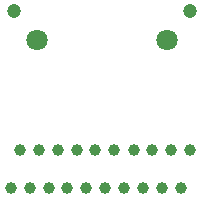
<source format=gbl>
G04 #@! TF.GenerationSoftware,KiCad,Pcbnew,(5.1.5)-3*
G04 #@! TF.CreationDate,2021-05-20T13:29:37-06:00*
G04 #@! TF.ProjectId,LoomConnector06,4c6f6f6d-436f-46e6-9e65-63746f723036,rev?*
G04 #@! TF.SameCoordinates,Original*
G04 #@! TF.FileFunction,Copper,L2,Bot*
G04 #@! TF.FilePolarity,Positive*
%FSLAX46Y46*%
G04 Gerber Fmt 4.6, Leading zero omitted, Abs format (unit mm)*
G04 Created by KiCad (PCBNEW (5.1.5)-3) date 2021-05-20 13:29:37*
%MOMM*%
%LPD*%
G04 APERTURE LIST*
%ADD10C,1.200000*%
%ADD11C,1.800000*%
%ADD12C,1.000000*%
G04 APERTURE END LIST*
D10*
X128800000Y-65250000D03*
X143700000Y-65250000D03*
D11*
X130750000Y-67700000D03*
X141750000Y-67700000D03*
D12*
X128500000Y-80250000D03*
X129300000Y-77000000D03*
X130100000Y-80250000D03*
X130900000Y-77000000D03*
X131700004Y-80250000D03*
X132500000Y-77000000D03*
X133300000Y-80250000D03*
X134100000Y-77000000D03*
X134899988Y-80250000D03*
X135656320Y-77000000D03*
X136500000Y-80250000D03*
X137275010Y-76996621D03*
X138100000Y-80250000D03*
X138900000Y-77000000D03*
X139700000Y-80250000D03*
X140500000Y-77000000D03*
X141300000Y-80250000D03*
X142100000Y-77000000D03*
X142900000Y-80250000D03*
X143700000Y-77000000D03*
M02*

</source>
